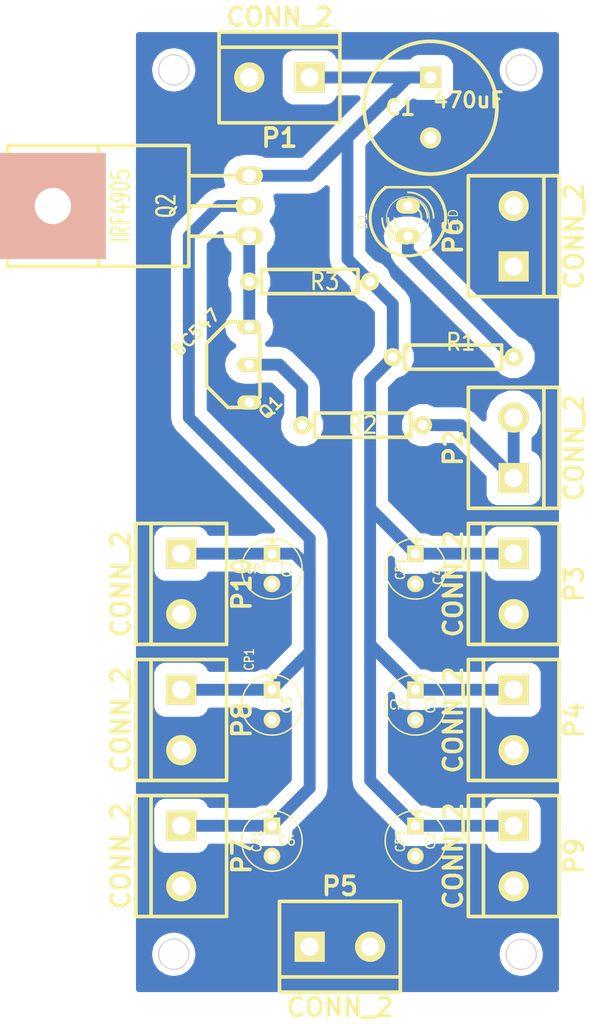
<source format=kicad_pcb>
(kicad_pcb (version 3) (host pcbnew "(2013-jul-07)-stable")

  (general
    (links 41)
    (no_connects 0)
    (area 68.91382 88.8906 121.9294 175.9044)
    (thickness 1.6)
    (drawings 4)
    (tracks 52)
    (zones 0)
    (modules 23)
    (nets 8)
  )

  (page A4 portrait)
  (layers
    (15 F.Cu signal)
    (0 B.Cu signal)
    (17 F.Adhes user)
    (19 F.Paste user)
    (21 F.SilkS user)
    (23 F.Mask user)
    (28 Edge.Cuts user)
  )

  (setup
    (last_trace_width 1)
    (trace_clearance 1)
    (zone_clearance 0.508)
    (zone_45_only no)
    (trace_min 0.254)
    (segment_width 0.2)
    (edge_width 0.1)
    (via_size 0.889)
    (via_drill 0.635)
    (via_min_size 0.889)
    (via_min_drill 0.508)
    (uvia_size 0.508)
    (uvia_drill 0.127)
    (uvias_allowed no)
    (uvia_min_size 0.508)
    (uvia_min_drill 0.127)
    (pcb_text_width 0.3)
    (pcb_text_size 1.5 1.5)
    (mod_edge_width 0.15)
    (mod_text_size 1 1)
    (mod_text_width 0.15)
    (pad_size 2 1.2)
    (pad_drill 0.8128)
    (pad_to_mask_clearance 0.2)
    (solder_mask_min_width 0.3)
    (aux_axis_origin 0 0)
    (visible_elements FFFFFFBF)
    (pcbplotparams
      (layerselection 10485761)
      (usegerberextensions false)
      (excludeedgelayer false)
      (linewidth 0.150000)
      (plotframeref false)
      (viasonmask false)
      (mode 1)
      (useauxorigin false)
      (hpglpennumber 1)
      (hpglpenspeed 20)
      (hpglpendiameter 15)
      (hpglpenoverlay 2)
      (psnegative false)
      (psa4output false)
      (plotreference true)
      (plotvalue true)
      (plotothertext true)
      (plotinvisibletext false)
      (padsonsilk false)
      (subtractmaskfromsilk false)
      (outputformat 5)
      (mirror false)
      (drillshape 0)
      (scaleselection 1)
      (outputdirectory output/))
  )

  (net 0 "")
  (net 1 /12V)
  (net 2 /12V_EN)
  (net 3 /12V_SW)
  (net 4 GND)
  (net 5 N-000002)
  (net 6 N-000006)
  (net 7 N-000007)

  (net_class Default "This is the default net class."
    (clearance 1)
    (trace_width 1)
    (via_dia 0.889)
    (via_drill 0.635)
    (uvia_dia 0.508)
    (uvia_drill 0.127)
    (add_net "")
    (add_net /12V)
    (add_net /12V_EN)
    (add_net /12V_SW)
    (add_net GND)
    (add_net N-000002)
    (add_net N-000006)
    (add_net N-000007)
  )

  (module C1V5 (layer F.Cu) (tedit 5391D44D) (tstamp 5391C212)
    (at 106.68 148.59 270)
    (descr "Condensateur e = 1 pas")
    (tags C)
    (path /5391C166)
    (fp_text reference C3 (at 0 -1.26746 270) (layer F.SilkS)
      (effects (font (size 0.762 0.762) (thickness 0.127)))
    )
    (fp_text value CP1 (at 0 1.27 360) (layer F.SilkS)
      (effects (font (size 0.762 0.635) (thickness 0.127)))
    )
    (fp_text user + (at -2.286 0 270) (layer F.SilkS)
      (effects (font (size 0.762 0.762) (thickness 0.2032)))
    )
    (fp_circle (center 0 0) (end 0.127 -2.54) (layer F.SilkS) (width 0.127))
    (pad 1 thru_hole rect (at -1.27 0 270) (size 1.397 1.397) (drill 0.8128)
      (layers *.Cu *.Mask F.SilkS)
      (net 1 /12V)
    )
    (pad 2 thru_hole circle (at 1.27 0 270) (size 1.397 1.397) (drill 0.8128)
      (layers *.Cu *.Mask F.SilkS)
      (net 4 GND)
    )
    (model discret/c_vert_c1v5.wrl
      (at (xyz 0 0 0))
      (scale (xyz 1 1 1))
      (rotate (xyz 0 0 0))
    )
  )

  (module C1V5 (layer F.Cu) (tedit 54AD7BC8) (tstamp 5391C21A)
    (at 106.68 137.16 270)
    (descr "Condensateur e = 1 pas")
    (tags C)
    (path /5391C16C)
    (fp_text reference C4 (at 0.635 -1.905 270) (layer F.SilkS)
      (effects (font (size 0.762 0.762) (thickness 0.127)))
    )
    (fp_text value CP1 (at 0 1.27 270) (layer F.SilkS)
      (effects (font (size 0.762 0.635) (thickness 0.127)))
    )
    (fp_text user + (at -2.286 0 270) (layer F.SilkS)
      (effects (font (size 0.762 0.762) (thickness 0.2032)))
    )
    (fp_circle (center 0 0) (end 0.127 -2.54) (layer F.SilkS) (width 0.127))
    (pad 1 thru_hole rect (at -1.27 0 270) (size 1.397 1.397) (drill 0.8128)
      (layers *.Cu *.Mask F.SilkS)
      (net 1 /12V)
    )
    (pad 2 thru_hole circle (at 1.27 0 270) (size 1.397 1.397) (drill 0.8128)
      (layers *.Cu *.Mask F.SilkS)
      (net 4 GND)
    )
    (model discret/c_vert_c1v5.wrl
      (at (xyz 0 0 0))
      (scale (xyz 1 1 1))
      (rotate (xyz 0 0 0))
    )
  )

  (module bornier2 (layer F.Cu) (tedit 3EC0ED69) (tstamp 5391C225)
    (at 95.25 95.885 180)
    (descr "Bornier d'alimentation 2 pins")
    (tags DEV)
    (path /5391BFB6)
    (fp_text reference P1 (at 0 -5.08 180) (layer F.SilkS)
      (effects (font (size 1.524 1.524) (thickness 0.3048)))
    )
    (fp_text value CONN_2 (at 0 5.08 180) (layer F.SilkS)
      (effects (font (size 1.524 1.524) (thickness 0.3048)))
    )
    (fp_line (start 5.08 2.54) (end -5.08 2.54) (layer F.SilkS) (width 0.3048))
    (fp_line (start 5.08 3.81) (end 5.08 -3.81) (layer F.SilkS) (width 0.3048))
    (fp_line (start 5.08 -3.81) (end -5.08 -3.81) (layer F.SilkS) (width 0.3048))
    (fp_line (start -5.08 -3.81) (end -5.08 3.81) (layer F.SilkS) (width 0.3048))
    (fp_line (start -5.08 3.81) (end 5.08 3.81) (layer F.SilkS) (width 0.3048))
    (pad 1 thru_hole rect (at -2.54 0 180) (size 2.54 2.54) (drill 1.524)
      (layers *.Cu *.Mask F.SilkS)
      (net 1 /12V)
    )
    (pad 2 thru_hole circle (at 2.54 0 180) (size 2.54 2.54) (drill 1.524)
      (layers *.Cu *.Mask F.SilkS)
      (net 4 GND)
    )
    (model device/bornier_2.wrl
      (at (xyz 0 0 0))
      (scale (xyz 1 1 1))
      (rotate (xyz 0 0 0))
    )
  )

  (module bornier2 (layer F.Cu) (tedit 3EC0ED69) (tstamp 5391C23B)
    (at 114.935 138.43 270)
    (descr "Bornier d'alimentation 2 pins")
    (tags DEV)
    (path /5391C15A)
    (fp_text reference P3 (at 0 -5.08 270) (layer F.SilkS)
      (effects (font (size 1.524 1.524) (thickness 0.3048)))
    )
    (fp_text value CONN_2 (at 0 5.08 270) (layer F.SilkS)
      (effects (font (size 1.524 1.524) (thickness 0.3048)))
    )
    (fp_line (start 5.08 2.54) (end -5.08 2.54) (layer F.SilkS) (width 0.3048))
    (fp_line (start 5.08 3.81) (end 5.08 -3.81) (layer F.SilkS) (width 0.3048))
    (fp_line (start 5.08 -3.81) (end -5.08 -3.81) (layer F.SilkS) (width 0.3048))
    (fp_line (start -5.08 -3.81) (end -5.08 3.81) (layer F.SilkS) (width 0.3048))
    (fp_line (start -5.08 3.81) (end 5.08 3.81) (layer F.SilkS) (width 0.3048))
    (pad 1 thru_hole rect (at -2.54 0 270) (size 2.54 2.54) (drill 1.524)
      (layers *.Cu *.Mask F.SilkS)
      (net 1 /12V)
    )
    (pad 2 thru_hole circle (at 2.54 0 270) (size 2.54 2.54) (drill 1.524)
      (layers *.Cu *.Mask F.SilkS)
      (net 4 GND)
    )
    (model device/bornier_2.wrl
      (at (xyz 0 0 0))
      (scale (xyz 1 1 1))
      (rotate (xyz 0 0 0))
    )
  )

  (module bornier2 (layer F.Cu) (tedit 3EC0ED69) (tstamp 5391C246)
    (at 114.935 149.86 270)
    (descr "Bornier d'alimentation 2 pins")
    (tags DEV)
    (path /5391C160)
    (fp_text reference P4 (at 0 -5.08 270) (layer F.SilkS)
      (effects (font (size 1.524 1.524) (thickness 0.3048)))
    )
    (fp_text value CONN_2 (at 0 5.08 270) (layer F.SilkS)
      (effects (font (size 1.524 1.524) (thickness 0.3048)))
    )
    (fp_line (start 5.08 2.54) (end -5.08 2.54) (layer F.SilkS) (width 0.3048))
    (fp_line (start 5.08 3.81) (end 5.08 -3.81) (layer F.SilkS) (width 0.3048))
    (fp_line (start 5.08 -3.81) (end -5.08 -3.81) (layer F.SilkS) (width 0.3048))
    (fp_line (start -5.08 -3.81) (end -5.08 3.81) (layer F.SilkS) (width 0.3048))
    (fp_line (start -5.08 3.81) (end 5.08 3.81) (layer F.SilkS) (width 0.3048))
    (pad 1 thru_hole rect (at -2.54 0 270) (size 2.54 2.54) (drill 1.524)
      (layers *.Cu *.Mask F.SilkS)
      (net 1 /12V)
    )
    (pad 2 thru_hole circle (at 2.54 0 270) (size 2.54 2.54) (drill 1.524)
      (layers *.Cu *.Mask F.SilkS)
      (net 4 GND)
    )
    (model device/bornier_2.wrl
      (at (xyz 0 0 0))
      (scale (xyz 1 1 1))
      (rotate (xyz 0 0 0))
    )
  )

  (module bornier2 (layer F.Cu) (tedit 3EC0ED69) (tstamp 5391C251)
    (at 114.935 109.22 90)
    (descr "Bornier d'alimentation 2 pins")
    (tags DEV)
    (path /5391C2A0)
    (fp_text reference P6 (at 0 -5.08 90) (layer F.SilkS)
      (effects (font (size 1.524 1.524) (thickness 0.3048)))
    )
    (fp_text value CONN_2 (at 0 5.08 90) (layer F.SilkS)
      (effects (font (size 1.524 1.524) (thickness 0.3048)))
    )
    (fp_line (start 5.08 2.54) (end -5.08 2.54) (layer F.SilkS) (width 0.3048))
    (fp_line (start 5.08 3.81) (end 5.08 -3.81) (layer F.SilkS) (width 0.3048))
    (fp_line (start 5.08 -3.81) (end -5.08 -3.81) (layer F.SilkS) (width 0.3048))
    (fp_line (start -5.08 -3.81) (end -5.08 3.81) (layer F.SilkS) (width 0.3048))
    (fp_line (start -5.08 3.81) (end 5.08 3.81) (layer F.SilkS) (width 0.3048))
    (pad 1 thru_hole rect (at -2.54 0 90) (size 2.54 2.54) (drill 1.524)
      (layers *.Cu *.Mask F.SilkS)
      (net 4 GND)
    )
    (pad 2 thru_hole circle (at 2.54 0 90) (size 2.54 2.54) (drill 1.524)
      (layers *.Cu *.Mask F.SilkS)
      (net 4 GND)
    )
    (model device/bornier_2.wrl
      (at (xyz 0 0 0))
      (scale (xyz 1 1 1))
      (rotate (xyz 0 0 0))
    )
  )

  (module bornier2 (layer F.Cu) (tedit 3EC0ED69) (tstamp 5391C25C)
    (at 100.33 168.91)
    (descr "Bornier d'alimentation 2 pins")
    (tags DEV)
    (path /5391C2A6)
    (fp_text reference P5 (at 0 -5.08) (layer F.SilkS)
      (effects (font (size 1.524 1.524) (thickness 0.3048)))
    )
    (fp_text value CONN_2 (at 0 5.08) (layer F.SilkS)
      (effects (font (size 1.524 1.524) (thickness 0.3048)))
    )
    (fp_line (start 5.08 2.54) (end -5.08 2.54) (layer F.SilkS) (width 0.3048))
    (fp_line (start 5.08 3.81) (end 5.08 -3.81) (layer F.SilkS) (width 0.3048))
    (fp_line (start 5.08 -3.81) (end -5.08 -3.81) (layer F.SilkS) (width 0.3048))
    (fp_line (start -5.08 -3.81) (end -5.08 3.81) (layer F.SilkS) (width 0.3048))
    (fp_line (start -5.08 3.81) (end 5.08 3.81) (layer F.SilkS) (width 0.3048))
    (pad 1 thru_hole rect (at -2.54 0) (size 2.54 2.54) (drill 1.524)
      (layers *.Cu *.Mask F.SilkS)
      (net 4 GND)
    )
    (pad 2 thru_hole circle (at 2.54 0) (size 2.54 2.54) (drill 1.524)
      (layers *.Cu *.Mask F.SilkS)
      (net 4 GND)
    )
    (model device/bornier_2.wrl
      (at (xyz 0 0 0))
      (scale (xyz 1 1 1))
      (rotate (xyz 0 0 0))
    )
  )

  (module C2V10 (layer F.Cu) (tedit 5594052A) (tstamp 5391C202)
    (at 107.95 98.425 270)
    (descr "Condensateur polarise")
    (tags CP)
    (path /5391BFC5)
    (fp_text reference C1 (at 0 2.54 360) (layer F.SilkS)
      (effects (font (size 1.27 1.27) (thickness 0.254)))
    )
    (fp_text value 470uF (at -0.635 -3.175 360) (layer F.SilkS)
      (effects (font (size 1.27 1.27) (thickness 0.254)))
    )
    (fp_circle (center 0 0) (end 4.826 -2.794) (layer F.SilkS) (width 0.3048))
    (pad 1 thru_hole rect (at -2.54 0 270) (size 1.778 1.778) (drill 1.016)
      (layers *.Cu *.Mask F.SilkS)
      (net 1 /12V)
    )
    (pad 2 thru_hole circle (at 2.54 0 270) (size 1.778 1.778) (drill 1.016)
      (layers *.Cu *.Mask F.SilkS)
      (net 4 GND)
    )
    (model discret/c_vert_c2v10.wrl
      (at (xyz 0 0 0))
      (scale (xyz 1 1 1))
      (rotate (xyz 0 0 0))
    )
  )

  (module TO92 (layer F.Cu) (tedit 5593D8C9) (tstamp 5391D1C1)
    (at 92.71 120.015 45)
    (descr "Transistor TO92 brochage type BC237")
    (tags "TR TO92")
    (path /5391D145)
    (fp_text reference Q1 (at -1.27 3.81 45) (layer F.SilkS)
      (effects (font (size 1.016 1.016) (thickness 0.2032)))
    )
    (fp_text value BC547 (at -1.27 -5.08 45) (layer F.SilkS)
      (effects (font (size 1.016 1.016) (thickness 0.2032)))
    )
    (fp_line (start -1.27 2.54) (end 2.54 -1.27) (layer F.SilkS) (width 0.3048))
    (fp_line (start 2.54 -1.27) (end 2.54 -2.54) (layer F.SilkS) (width 0.3048))
    (fp_line (start 2.54 -2.54) (end 1.27 -3.81) (layer F.SilkS) (width 0.3048))
    (fp_line (start 1.27 -3.81) (end -1.27 -3.81) (layer F.SilkS) (width 0.3048))
    (fp_line (start -1.27 -3.81) (end -3.81 -1.27) (layer F.SilkS) (width 0.3048))
    (fp_line (start -3.81 -1.27) (end -3.81 1.27) (layer F.SilkS) (width 0.3048))
    (fp_line (start -3.81 1.27) (end -2.54 2.54) (layer F.SilkS) (width 0.3048))
    (fp_line (start -2.54 2.54) (end -1.27 2.54) (layer F.SilkS) (width 0.3048))
    (pad 1 thru_hole oval (at 2.245064 -2.245064 180) (size 2 1.2) (drill 0.8128)
      (layers *.Cu *.Mask F.SilkS)
      (net 7 N-000007)
    )
    (pad 2 thru_hole oval (at 0 0 180) (size 2 1.2) (drill 0.8128)
      (layers *.Cu *.Mask F.SilkS)
      (net 5 N-000002)
    )
    (pad 3 thru_hole oval (at -2.245064 2.245064 180) (size 2 1.2) (drill 0.8128)
      (layers *.Cu *.Mask F.SilkS)
      (net 4 GND)
    )
    (model discret/to98.wrl
      (at (xyz 0 0 0))
      (scale (xyz 1 1 1))
      (rotate (xyz 0 0 0))
    )
  )

  (module TO220GDS (layer F.Cu) (tedit 54AD7B24) (tstamp 5391DEC3)
    (at 92.71 106.68 180)
    (descr "Transistor VMOS Irf530, TO220")
    (tags "TR TO220 DEV")
    (path /5391C901)
    (fp_text reference Q2 (at 6.985 0 270) (layer F.SilkS)
      (effects (font (size 1.524 1.016) (thickness 0.2032)))
    )
    (fp_text value IRF4905 (at 10.795 0 270) (layer F.SilkS)
      (effects (font (size 1.524 1.016) (thickness 0.2032)))
    )
    (fp_line (start 0 -2.54) (end 5.08 -2.54) (layer F.SilkS) (width 0.3048))
    (fp_line (start 0 0) (end 5.08 0) (layer F.SilkS) (width 0.3048))
    (fp_line (start 0 2.54) (end 5.08 2.54) (layer F.SilkS) (width 0.3048))
    (fp_line (start 5.08 -5.08) (end 20.32 -5.08) (layer F.SilkS) (width 0.3048))
    (fp_line (start 20.32 -5.08) (end 20.32 5.08) (layer F.SilkS) (width 0.3048))
    (fp_line (start 20.32 5.08) (end 5.08 5.08) (layer F.SilkS) (width 0.3048))
    (fp_line (start 5.08 5.08) (end 5.08 -5.08) (layer F.SilkS) (width 0.3048))
    (fp_line (start 12.7 5.08) (end 12.7 -5.08) (layer F.SilkS) (width 0.3048))
    (pad 4 thru_hole rect (at 16.51 0 180) (size 8.89 8.89) (drill 3.048)
      (layers *.Cu *.SilkS *.Mask)
    )
    (pad G thru_hole oval (at 0 -2.54 180) (size 2.3 1.5) (drill 1.143)
      (layers *.Cu *.Mask F.SilkS)
      (net 7 N-000007)
    )
    (pad D thru_hole oval (at 0 0 180) (size 2.3 1.5) (drill 1.143)
      (layers *.Cu *.Mask F.SilkS)
      (net 3 /12V_SW)
    )
    (pad S thru_hole oval (at 0 2.54 180) (size 2.3 1.5) (drill 1.143)
      (layers *.Cu *.Mask F.SilkS)
      (net 1 /12V)
    )
    (model discret/to220_horiz.wrl
      (at (xyz 0 0 0))
      (scale (xyz 1 1 1))
      (rotate (xyz 0 0 0))
    )
  )

  (module R4 (layer F.Cu) (tedit 54AD7D97) (tstamp 5391D1DF)
    (at 109.855 119.38)
    (descr "Resitance 4 pas")
    (tags R)
    (path /5391C828)
    (autoplace_cost180 10)
    (fp_text reference R1 (at 0.635 -1.27) (layer F.SilkS)
      (effects (font (size 1.397 1.27) (thickness 0.2032)))
    )
    (fp_text value "680R / 0.5W" (at 0 0) (layer F.SilkS) hide
      (effects (font (size 1.397 1.27) (thickness 0.2032)))
    )
    (fp_line (start -5.08 0) (end -4.064 0) (layer F.SilkS) (width 0.3048))
    (fp_line (start -4.064 0) (end -4.064 -1.016) (layer F.SilkS) (width 0.3048))
    (fp_line (start -4.064 -1.016) (end 4.064 -1.016) (layer F.SilkS) (width 0.3048))
    (fp_line (start 4.064 -1.016) (end 4.064 1.016) (layer F.SilkS) (width 0.3048))
    (fp_line (start 4.064 1.016) (end -4.064 1.016) (layer F.SilkS) (width 0.3048))
    (fp_line (start -4.064 1.016) (end -4.064 0) (layer F.SilkS) (width 0.3048))
    (fp_line (start -4.064 -0.508) (end -3.556 -1.016) (layer F.SilkS) (width 0.3048))
    (fp_line (start 5.08 0) (end 4.064 0) (layer F.SilkS) (width 0.3048))
    (pad 1 thru_hole circle (at -5.08 0) (size 1.524 1.524) (drill 0.8128)
      (layers *.Cu *.Mask F.SilkS)
      (net 1 /12V)
    )
    (pad 2 thru_hole circle (at 5.08 0) (size 1.524 1.524) (drill 0.8128)
      (layers *.Cu *.Mask F.SilkS)
      (net 6 N-000006)
    )
    (model discret/resistor.wrl
      (at (xyz 0 0 0))
      (scale (xyz 0.4 0.4 0.4))
      (rotate (xyz 0 0 0))
    )
  )

  (module R4 (layer F.Cu) (tedit 54AD7D05) (tstamp 5391D1ED)
    (at 97.79 113.03 180)
    (descr "Resitance 4 pas")
    (tags R)
    (path /5391CF90)
    (autoplace_cost180 10)
    (fp_text reference R3 (at -1.27 0 180) (layer F.SilkS)
      (effects (font (size 1.397 1.27) (thickness 0.2032)))
    )
    (fp_text value 10K (at 0 0 180) (layer F.SilkS) hide
      (effects (font (size 1.397 1.27) (thickness 0.2032)))
    )
    (fp_line (start -5.08 0) (end -4.064 0) (layer F.SilkS) (width 0.3048))
    (fp_line (start -4.064 0) (end -4.064 -1.016) (layer F.SilkS) (width 0.3048))
    (fp_line (start -4.064 -1.016) (end 4.064 -1.016) (layer F.SilkS) (width 0.3048))
    (fp_line (start 4.064 -1.016) (end 4.064 1.016) (layer F.SilkS) (width 0.3048))
    (fp_line (start 4.064 1.016) (end -4.064 1.016) (layer F.SilkS) (width 0.3048))
    (fp_line (start -4.064 1.016) (end -4.064 0) (layer F.SilkS) (width 0.3048))
    (fp_line (start -4.064 -0.508) (end -3.556 -1.016) (layer F.SilkS) (width 0.3048))
    (fp_line (start 5.08 0) (end 4.064 0) (layer F.SilkS) (width 0.3048))
    (pad 1 thru_hole circle (at -5.08 0 180) (size 1.524 1.524) (drill 0.8128)
      (layers *.Cu *.Mask F.SilkS)
      (net 1 /12V)
    )
    (pad 2 thru_hole circle (at 5.08 0 180) (size 1.524 1.524) (drill 0.8128)
      (layers *.Cu *.Mask F.SilkS)
      (net 7 N-000007)
    )
    (model discret/resistor.wrl
      (at (xyz 0 0 0))
      (scale (xyz 0.4 0.4 0.4))
      (rotate (xyz 0 0 0))
    )
  )

  (module R4 (layer F.Cu) (tedit 5391D4CB) (tstamp 5391D1FB)
    (at 102.235 125.095 180)
    (descr "Resitance 4 pas")
    (tags R)
    (path /5391D152)
    (autoplace_cost180 10)
    (fp_text reference R2 (at 0 0 180) (layer F.SilkS)
      (effects (font (size 1.397 1.27) (thickness 0.2032)))
    )
    (fp_text value 10K (at 0 0 180) (layer F.SilkS) hide
      (effects (font (size 1.397 1.27) (thickness 0.2032)))
    )
    (fp_line (start -5.08 0) (end -4.064 0) (layer F.SilkS) (width 0.3048))
    (fp_line (start -4.064 0) (end -4.064 -1.016) (layer F.SilkS) (width 0.3048))
    (fp_line (start -4.064 -1.016) (end 4.064 -1.016) (layer F.SilkS) (width 0.3048))
    (fp_line (start 4.064 -1.016) (end 4.064 1.016) (layer F.SilkS) (width 0.3048))
    (fp_line (start 4.064 1.016) (end -4.064 1.016) (layer F.SilkS) (width 0.3048))
    (fp_line (start -4.064 1.016) (end -4.064 0) (layer F.SilkS) (width 0.3048))
    (fp_line (start -4.064 -0.508) (end -3.556 -1.016) (layer F.SilkS) (width 0.3048))
    (fp_line (start 5.08 0) (end 4.064 0) (layer F.SilkS) (width 0.3048))
    (pad 1 thru_hole circle (at -5.08 0 180) (size 1.524 1.524) (drill 0.8128)
      (layers *.Cu *.Mask F.SilkS)
      (net 2 /12V_EN)
    )
    (pad 2 thru_hole circle (at 5.08 0 180) (size 1.524 1.524) (drill 0.8128)
      (layers *.Cu *.Mask F.SilkS)
      (net 5 N-000002)
    )
    (model discret/resistor.wrl
      (at (xyz 0 0 0))
      (scale (xyz 0.4 0.4 0.4))
      (rotate (xyz 0 0 0))
    )
  )

  (module LED-5MM (layer F.Cu) (tedit 54AD7B72) (tstamp 5391D20A)
    (at 106.045 107.95 90)
    (descr "LED 5mm - Lead pitch 100mil (2,54mm)")
    (tags "LED led 5mm 5MM 100mil 2,54mm")
    (path /5391C804)
    (fp_text reference D1 (at 0 -3.81 90) (layer F.SilkS)
      (effects (font (size 0.762 0.762) (thickness 0.0889)))
    )
    (fp_text value LED (at 0 3.81 90) (layer F.SilkS)
      (effects (font (size 0.762 0.762) (thickness 0.0889)))
    )
    (fp_line (start 2.8448 1.905) (end 2.8448 -1.905) (layer F.SilkS) (width 0.2032))
    (fp_circle (center 0.254 0) (end -1.016 1.27) (layer F.SilkS) (width 0.0762))
    (fp_arc (start 0.254 0) (end 2.794 1.905) (angle 286.2) (layer F.SilkS) (width 0.254))
    (fp_arc (start 0.254 0) (end -0.889 0) (angle 90) (layer F.SilkS) (width 0.1524))
    (fp_arc (start 0.254 0) (end 1.397 0) (angle 90) (layer F.SilkS) (width 0.1524))
    (fp_arc (start 0.254 0) (end -1.397 0) (angle 90) (layer F.SilkS) (width 0.1524))
    (fp_arc (start 0.254 0) (end 1.905 0) (angle 90) (layer F.SilkS) (width 0.1524))
    (fp_arc (start 0.254 0) (end -1.905 0) (angle 90) (layer F.SilkS) (width 0.1524))
    (fp_arc (start 0.254 0) (end 2.413 0) (angle 90) (layer F.SilkS) (width 0.1524))
    (pad 1 thru_hole oval (at -1.27 0 90) (size 1.3 2) (drill 0.8128)
      (layers *.Cu *.Mask F.SilkS)
      (net 6 N-000006)
    )
    (pad 2 thru_hole oval (at 1.27 0 90) (size 1.3 2) (drill 0.8128)
      (layers *.Cu *.Mask F.SilkS)
      (net 4 GND)
    )
    (model discret/leds/led5_vertical_verde.wrl
      (at (xyz 0 0 0))
      (scale (xyz 1 1 1))
      (rotate (xyz 0 0 0))
    )
  )

  (module C1V5 (layer F.Cu) (tedit 5391D28B) (tstamp 5391D212)
    (at 94.615 148.59 270)
    (descr "Condensateur e = 1 pas")
    (tags C)
    (path /5391D31D)
    (fp_text reference C5 (at 0 -1.26746 270) (layer F.SilkS)
      (effects (font (size 0.762 0.762) (thickness 0.127)))
    )
    (fp_text value CP1 (at -3.81 1.905 270) (layer F.SilkS)
      (effects (font (size 0.762 0.635) (thickness 0.127)))
    )
    (fp_text user + (at -2.286 0 270) (layer F.SilkS)
      (effects (font (size 0.762 0.762) (thickness 0.2032)))
    )
    (fp_circle (center 0 0) (end 0.127 -2.54) (layer F.SilkS) (width 0.127))
    (pad 1 thru_hole rect (at -1.27 0 270) (size 1.397 1.397) (drill 0.8128)
      (layers *.Cu *.Mask F.SilkS)
      (net 3 /12V_SW)
    )
    (pad 2 thru_hole circle (at 1.27 0 270) (size 1.397 1.397) (drill 0.8128)
      (layers *.Cu *.Mask F.SilkS)
      (net 4 GND)
    )
    (model discret/c_vert_c1v5.wrl
      (at (xyz 0 0 0))
      (scale (xyz 1 1 1))
      (rotate (xyz 0 0 0))
    )
  )

  (module C1V5 (layer F.Cu) (tedit 5391D8C2) (tstamp 5391D21A)
    (at 94.615 160.02 270)
    (descr "Condensateur e = 1 pas")
    (tags C)
    (path /5391D323)
    (fp_text reference C6 (at 0 -1.26746 360) (layer F.SilkS)
      (effects (font (size 0.762 0.762) (thickness 0.127)))
    )
    (fp_text value CP1 (at 0 1.27 270) (layer F.SilkS)
      (effects (font (size 0.762 0.635) (thickness 0.127)))
    )
    (fp_text user + (at -2.286 0 270) (layer F.SilkS)
      (effects (font (size 0.762 0.762) (thickness 0.2032)))
    )
    (fp_circle (center 0 0) (end 0.127 -2.54) (layer F.SilkS) (width 0.127))
    (pad 1 thru_hole rect (at -1.27 0 270) (size 1.397 1.397) (drill 0.8128)
      (layers *.Cu *.Mask F.SilkS)
      (net 3 /12V_SW)
    )
    (pad 2 thru_hole circle (at 1.27 0 270) (size 1.397 1.397) (drill 0.8128)
      (layers *.Cu *.Mask F.SilkS)
      (net 4 GND)
    )
    (model discret/c_vert_c1v5.wrl
      (at (xyz 0 0 0))
      (scale (xyz 1 1 1))
      (rotate (xyz 0 0 0))
    )
  )

  (module bornier2 (layer F.Cu) (tedit 3EC0ED69) (tstamp 5391D225)
    (at 86.995 161.29 270)
    (descr "Bornier d'alimentation 2 pins")
    (tags DEV)
    (path /5391D311)
    (fp_text reference P7 (at 0 -5.08 270) (layer F.SilkS)
      (effects (font (size 1.524 1.524) (thickness 0.3048)))
    )
    (fp_text value CONN_2 (at 0 5.08 270) (layer F.SilkS)
      (effects (font (size 1.524 1.524) (thickness 0.3048)))
    )
    (fp_line (start 5.08 2.54) (end -5.08 2.54) (layer F.SilkS) (width 0.3048))
    (fp_line (start 5.08 3.81) (end 5.08 -3.81) (layer F.SilkS) (width 0.3048))
    (fp_line (start 5.08 -3.81) (end -5.08 -3.81) (layer F.SilkS) (width 0.3048))
    (fp_line (start -5.08 -3.81) (end -5.08 3.81) (layer F.SilkS) (width 0.3048))
    (fp_line (start -5.08 3.81) (end 5.08 3.81) (layer F.SilkS) (width 0.3048))
    (pad 1 thru_hole rect (at -2.54 0 270) (size 2.54 2.54) (drill 1.524)
      (layers *.Cu *.Mask F.SilkS)
      (net 3 /12V_SW)
    )
    (pad 2 thru_hole circle (at 2.54 0 270) (size 2.54 2.54) (drill 1.524)
      (layers *.Cu *.Mask F.SilkS)
      (net 4 GND)
    )
    (model device/bornier_2.wrl
      (at (xyz 0 0 0))
      (scale (xyz 1 1 1))
      (rotate (xyz 0 0 0))
    )
  )

  (module bornier2 (layer F.Cu) (tedit 3EC0ED69) (tstamp 5391D230)
    (at 86.995 149.86 270)
    (descr "Bornier d'alimentation 2 pins")
    (tags DEV)
    (path /5391D329)
    (fp_text reference P8 (at 0 -5.08 270) (layer F.SilkS)
      (effects (font (size 1.524 1.524) (thickness 0.3048)))
    )
    (fp_text value CONN_2 (at 0 5.08 270) (layer F.SilkS)
      (effects (font (size 1.524 1.524) (thickness 0.3048)))
    )
    (fp_line (start 5.08 2.54) (end -5.08 2.54) (layer F.SilkS) (width 0.3048))
    (fp_line (start 5.08 3.81) (end 5.08 -3.81) (layer F.SilkS) (width 0.3048))
    (fp_line (start 5.08 -3.81) (end -5.08 -3.81) (layer F.SilkS) (width 0.3048))
    (fp_line (start -5.08 -3.81) (end -5.08 3.81) (layer F.SilkS) (width 0.3048))
    (fp_line (start -5.08 3.81) (end 5.08 3.81) (layer F.SilkS) (width 0.3048))
    (pad 1 thru_hole rect (at -2.54 0 270) (size 2.54 2.54) (drill 1.524)
      (layers *.Cu *.Mask F.SilkS)
      (net 3 /12V_SW)
    )
    (pad 2 thru_hole circle (at 2.54 0 270) (size 2.54 2.54) (drill 1.524)
      (layers *.Cu *.Mask F.SilkS)
      (net 4 GND)
    )
    (model device/bornier_2.wrl
      (at (xyz 0 0 0))
      (scale (xyz 1 1 1))
      (rotate (xyz 0 0 0))
    )
  )

  (module bornier2 (layer F.Cu) (tedit 3EC0ED69) (tstamp 5391D4B7)
    (at 114.935 127 90)
    (descr "Bornier d'alimentation 2 pins")
    (tags DEV)
    (path /5391D8EB)
    (fp_text reference P2 (at 0 -5.08 90) (layer F.SilkS)
      (effects (font (size 1.524 1.524) (thickness 0.3048)))
    )
    (fp_text value CONN_2 (at 0 5.08 90) (layer F.SilkS)
      (effects (font (size 1.524 1.524) (thickness 0.3048)))
    )
    (fp_line (start 5.08 2.54) (end -5.08 2.54) (layer F.SilkS) (width 0.3048))
    (fp_line (start 5.08 3.81) (end 5.08 -3.81) (layer F.SilkS) (width 0.3048))
    (fp_line (start 5.08 -3.81) (end -5.08 -3.81) (layer F.SilkS) (width 0.3048))
    (fp_line (start -5.08 -3.81) (end -5.08 3.81) (layer F.SilkS) (width 0.3048))
    (fp_line (start -5.08 3.81) (end 5.08 3.81) (layer F.SilkS) (width 0.3048))
    (pad 1 thru_hole rect (at -2.54 0 90) (size 2.54 2.54) (drill 1.524)
      (layers *.Cu *.Mask F.SilkS)
      (net 2 /12V_EN)
    )
    (pad 2 thru_hole circle (at 2.54 0 90) (size 2.54 2.54) (drill 1.524)
      (layers *.Cu *.Mask F.SilkS)
      (net 2 /12V_EN)
    )
    (model device/bornier_2.wrl
      (at (xyz 0 0 0))
      (scale (xyz 1 1 1))
      (rotate (xyz 0 0 0))
    )
  )

  (module C1V5 (layer F.Cu) (tedit 3E070CF4) (tstamp 54E5E525)
    (at 106.68 160.02 270)
    (descr "Condensateur e = 1 pas")
    (tags C)
    (path /54AD7F0A)
    (fp_text reference C2 (at 0 -1.26746 270) (layer F.SilkS)
      (effects (font (size 0.762 0.762) (thickness 0.127)))
    )
    (fp_text value CP1 (at 0 1.27 270) (layer F.SilkS)
      (effects (font (size 0.762 0.635) (thickness 0.127)))
    )
    (fp_text user + (at -2.286 0 270) (layer F.SilkS)
      (effects (font (size 0.762 0.762) (thickness 0.2032)))
    )
    (fp_circle (center 0 0) (end 0.127 -2.54) (layer F.SilkS) (width 0.127))
    (pad 1 thru_hole rect (at -1.27 0 270) (size 1.397 1.397) (drill 0.8128)
      (layers *.Cu *.Mask F.SilkS)
      (net 1 /12V)
    )
    (pad 2 thru_hole circle (at 1.27 0 270) (size 1.397 1.397) (drill 0.8128)
      (layers *.Cu *.Mask F.SilkS)
      (net 4 GND)
    )
    (model discret/c_vert_c1v5.wrl
      (at (xyz 0 0 0))
      (scale (xyz 1 1 1))
      (rotate (xyz 0 0 0))
    )
  )

  (module C1V5 (layer F.Cu) (tedit 55940490) (tstamp 54E5E52D)
    (at 94.615 137.16 270)
    (descr "Condensateur e = 1 pas")
    (tags C)
    (path /54E5C938)
    (fp_text reference C7 (at 0 -1.26746 270) (layer F.SilkS)
      (effects (font (size 0.762 0.762) (thickness 0.127)))
    )
    (fp_text value CP1 (at 0 1.27 360) (layer F.SilkS)
      (effects (font (size 0.762 0.635) (thickness 0.127)))
    )
    (fp_text user + (at -2.286 0 270) (layer F.SilkS)
      (effects (font (size 0.762 0.762) (thickness 0.2032)))
    )
    (fp_circle (center 0 0) (end 0.127 -2.54) (layer F.SilkS) (width 0.127))
    (pad 1 thru_hole rect (at -1.27 0 270) (size 1.397 1.397) (drill 0.8128)
      (layers *.Cu *.Mask F.SilkS)
      (net 3 /12V_SW)
    )
    (pad 2 thru_hole circle (at 1.27 0 270) (size 1.397 1.397) (drill 0.8128)
      (layers *.Cu *.Mask F.SilkS)
      (net 4 GND)
    )
    (model discret/c_vert_c1v5.wrl
      (at (xyz 0 0 0))
      (scale (xyz 1 1 1))
      (rotate (xyz 0 0 0))
    )
  )

  (module bornier2 (layer F.Cu) (tedit 3EC0ED69) (tstamp 54E5E538)
    (at 114.935 161.29 270)
    (descr "Bornier d'alimentation 2 pins")
    (tags DEV)
    (path /54AD7F04)
    (fp_text reference P9 (at 0 -5.08 270) (layer F.SilkS)
      (effects (font (size 1.524 1.524) (thickness 0.3048)))
    )
    (fp_text value CONN_2 (at 0 5.08 270) (layer F.SilkS)
      (effects (font (size 1.524 1.524) (thickness 0.3048)))
    )
    (fp_line (start 5.08 2.54) (end -5.08 2.54) (layer F.SilkS) (width 0.3048))
    (fp_line (start 5.08 3.81) (end 5.08 -3.81) (layer F.SilkS) (width 0.3048))
    (fp_line (start 5.08 -3.81) (end -5.08 -3.81) (layer F.SilkS) (width 0.3048))
    (fp_line (start -5.08 -3.81) (end -5.08 3.81) (layer F.SilkS) (width 0.3048))
    (fp_line (start -5.08 3.81) (end 5.08 3.81) (layer F.SilkS) (width 0.3048))
    (pad 1 thru_hole rect (at -2.54 0 270) (size 2.54 2.54) (drill 1.524)
      (layers *.Cu *.Mask F.SilkS)
      (net 1 /12V)
    )
    (pad 2 thru_hole circle (at 2.54 0 270) (size 2.54 2.54) (drill 1.524)
      (layers *.Cu *.Mask F.SilkS)
      (net 4 GND)
    )
    (model device/bornier_2.wrl
      (at (xyz 0 0 0))
      (scale (xyz 1 1 1))
      (rotate (xyz 0 0 0))
    )
  )

  (module bornier2 (layer F.Cu) (tedit 3EC0ED69) (tstamp 54E5E543)
    (at 86.995 138.43 270)
    (descr "Bornier d'alimentation 2 pins")
    (tags DEV)
    (path /54E5C93E)
    (fp_text reference P10 (at 0 -5.08 270) (layer F.SilkS)
      (effects (font (size 1.524 1.524) (thickness 0.3048)))
    )
    (fp_text value CONN_2 (at 0 5.08 270) (layer F.SilkS)
      (effects (font (size 1.524 1.524) (thickness 0.3048)))
    )
    (fp_line (start 5.08 2.54) (end -5.08 2.54) (layer F.SilkS) (width 0.3048))
    (fp_line (start 5.08 3.81) (end 5.08 -3.81) (layer F.SilkS) (width 0.3048))
    (fp_line (start 5.08 -3.81) (end -5.08 -3.81) (layer F.SilkS) (width 0.3048))
    (fp_line (start -5.08 -3.81) (end -5.08 3.81) (layer F.SilkS) (width 0.3048))
    (fp_line (start -5.08 3.81) (end 5.08 3.81) (layer F.SilkS) (width 0.3048))
    (pad 1 thru_hole rect (at -2.54 0 270) (size 2.54 2.54) (drill 1.524)
      (layers *.Cu *.Mask F.SilkS)
      (net 3 /12V_SW)
    )
    (pad 2 thru_hole circle (at 2.54 0 270) (size 2.54 2.54) (drill 1.524)
      (layers *.Cu *.Mask F.SilkS)
      (net 4 GND)
    )
    (model device/bornier_2.wrl
      (at (xyz 0 0 0))
      (scale (xyz 1 1 1))
      (rotate (xyz 0 0 0))
    )
  )

  (gr_circle (center 115.57 95.25) (end 116.84 95.25) (layer Edge.Cuts) (width 0.1))
  (gr_circle (center 86.36 95.25) (end 87.63 95.25) (layer Edge.Cuts) (width 0.1))
  (gr_circle (center 86.36 169.545) (end 87.63 169.545) (layer Edge.Cuts) (width 0.1))
  (gr_circle (center 115.57 169.545) (end 114.3 169.545) (layer Edge.Cuts) (width 0.1))

  (segment (start 106.68 135.89) (end 102.87 132.08) (width 1) (layer B.Cu) (net 1))
  (segment (start 102.87 132.08) (end 102.87 132.715) (width 1) (layer B.Cu) (net 1) (tstamp 559405F6))
  (segment (start 102.87 143.51) (end 102.87 132.715) (width 1) (layer B.Cu) (net 1))
  (segment (start 102.87 132.715) (end 102.87 121.285) (width 1) (layer B.Cu) (net 1) (tstamp 559405F9))
  (segment (start 102.87 121.285) (end 104.775 119.38) (width 1) (layer B.Cu) (net 1) (tstamp 559405F3))
  (segment (start 106.68 147.32) (end 102.87 143.51) (width 1) (layer B.Cu) (net 1))
  (segment (start 102.87 143.51) (end 102.87 144.145) (width 1) (layer B.Cu) (net 1) (tstamp 559405EB))
  (segment (start 106.68 158.75) (end 102.87 154.94) (width 1) (layer B.Cu) (net 1))
  (segment (start 102.87 145.415) (end 102.87 144.145) (width 1) (layer B.Cu) (net 1) (tstamp 559405DE))
  (segment (start 102.87 154.94) (end 102.87 145.415) (width 1) (layer B.Cu) (net 1) (tstamp 559405DA))
  (segment (start 100.965 100.965) (end 100.965 111.125) (width 1) (layer B.Cu) (net 1))
  (segment (start 100.965 111.125) (end 102.87 113.03) (width 1) (layer B.Cu) (net 1) (tstamp 559405AF))
  (segment (start 104.775 119.38) (end 104.775 114.935) (width 1) (layer B.Cu) (net 1))
  (segment (start 104.775 114.935) (end 102.87 113.03) (width 1) (layer B.Cu) (net 1) (tstamp 559405AA))
  (segment (start 107.95 95.885) (end 106.045 95.885) (width 1) (layer B.Cu) (net 1))
  (segment (start 106.045 95.885) (end 100.965 100.965) (width 1) (layer B.Cu) (net 1) (tstamp 5594053C))
  (segment (start 100.965 100.965) (end 97.79 104.14) (width 1) (layer B.Cu) (net 1) (tstamp 559405AD))
  (segment (start 97.79 95.885) (end 107.95 95.885) (width 1) (layer B.Cu) (net 1))
  (segment (start 92.71 104.14) (end 97.79 104.14) (width 1) (layer B.Cu) (net 1))
  (segment (start 106.68 158.75) (end 114.935 158.75) (width 1) (layer B.Cu) (net 1))
  (segment (start 106.68 147.32) (end 114.935 147.32) (width 1) (layer B.Cu) (net 1))
  (segment (start 106.68 135.89) (end 114.935 135.89) (width 1) (layer B.Cu) (net 1))
  (segment (start 114.935 129.54) (end 114.935 124.46) (width 1) (layer B.Cu) (net 2) (status C00000))
  (segment (start 107.315 125.095) (end 110.49 125.095) (width 1) (layer B.Cu) (net 2) (status 400000))
  (segment (start 110.49 125.095) (end 114.935 129.54) (width 1) (layer B.Cu) (net 2) (tstamp 55940609) (status 800000))
  (segment (start 94.615 135.89) (end 96.52 135.89) (width 1) (layer B.Cu) (net 3) (status 400000))
  (segment (start 96.52 135.89) (end 97.79 137.16) (width 1) (layer B.Cu) (net 3) (tstamp 5594062B))
  (segment (start 97.79 137.16) (end 97.79 134.62) (width 1) (layer B.Cu) (net 3))
  (segment (start 87.63 116.84) (end 87.63 117.475) (width 1) (layer B.Cu) (net 3) (tstamp 558D47E5))
  (segment (start 87.63 123.19) (end 87.63 117.475) (width 1) (layer B.Cu) (net 3) (tstamp 559404D2))
  (segment (start 90.17 106.68) (end 92.71 106.68) (width 1) (layer B.Cu) (net 3))
  (segment (start 90.17 106.68) (end 87.63 109.22) (width 1) (layer B.Cu) (net 3) (tstamp 558D4778))
  (segment (start 87.63 109.22) (end 87.63 116.84) (width 1) (layer B.Cu) (net 3) (tstamp 558D4779))
  (segment (start 87.63 124.46) (end 87.63 123.19) (width 1) (layer B.Cu) (net 3) (tstamp 55940624))
  (segment (start 97.79 134.62) (end 87.63 124.46) (width 1) (layer B.Cu) (net 3) (tstamp 55940620))
  (segment (start 97.79 137.16) (end 97.79 144.145) (width 1) (layer B.Cu) (net 3) (tstamp 559404E9))
  (segment (start 94.615 147.32) (end 97.79 144.145) (width 1) (layer B.Cu) (net 3))
  (segment (start 94.615 158.75) (end 97.155 156.21) (width 1) (layer B.Cu) (net 3))
  (segment (start 97.155 156.21) (end 97.79 155.575) (width 1) (layer B.Cu) (net 3) (tstamp 559404BD))
  (segment (start 97.79 155.575) (end 97.79 144.145) (width 1) (layer B.Cu) (net 3) (tstamp 559404BE))
  (segment (start 97.79 144.145) (end 97.79 137.795) (width 1) (layer B.Cu) (net 3) (tstamp 559404C8))
  (segment (start 97.79 137.795) (end 97.79 137.16) (width 1) (layer B.Cu) (net 3) (tstamp 559404CD))
  (segment (start 86.995 158.75) (end 94.615 158.75) (width 1) (layer B.Cu) (net 3))
  (segment (start 86.995 147.32) (end 94.615 147.32) (width 1) (layer B.Cu) (net 3))
  (segment (start 86.995 135.89) (end 94.615 135.89) (width 1) (layer B.Cu) (net 3))
  (segment (start 92.71 120.015) (end 95.25 120.015) (width 1) (layer B.Cu) (net 5))
  (segment (start 97.155 121.92) (end 97.155 125.095) (width 1) (layer B.Cu) (net 5) (tstamp 559405C5))
  (segment (start 95.25 120.015) (end 97.155 121.92) (width 1) (layer B.Cu) (net 5) (tstamp 559405C4))
  (segment (start 106.045 109.22) (end 106.045 110.49) (width 1) (layer B.Cu) (net 6))
  (segment (start 106.045 110.49) (end 114.935 119.38) (width 1) (layer B.Cu) (net 6) (tstamp 55940453))
  (segment (start 92.71 116.84) (end 92.71 113.03) (width 1) (layer B.Cu) (net 7))
  (segment (start 92.71 109.22) (end 92.71 113.03) (width 1) (layer B.Cu) (net 7))

  (zone (net 4) (net_name GND) (layer B.Cu) (tstamp 558D4878) (hatch edge 0.508)
    (connect_pads yes (clearance 0.508))
    (min_thickness 0.5)
    (fill (arc_segments 16) (thermal_gap 0.508) (thermal_bridge_width 0.508))
    (polygon
      (pts
        (xy 118.745 92.075) (xy 83.185 92.075) (xy 83.185 172.72) (xy 118.745 172.72)
      )
    )
    (filled_polygon
      (pts
        (xy 118.495 172.47) (xy 117.632188 172.47) (xy 117.632188 169.701858) (xy 117.632051 169.545) (xy 117.632188 169.388142)
        (xy 117.632188 95.406858) (xy 117.632051 95.25) (xy 117.632188 95.093142) (xy 117.631913 95.091753) (xy 117.631913 95.091592)
        (xy 117.631852 95.091445) (xy 117.535939 94.607051) (xy 117.415546 94.315678) (xy 117.413981 94.31411) (xy 117.14049 93.904027)
        (xy 117.139701 93.902127) (xy 116.91658 93.679396) (xy 116.505857 93.405478) (xy 116.504406 93.404029) (xy 116.213033 93.283637)
        (xy 115.726941 93.187388) (xy 115.411676 93.187663) (xy 115.409653 93.188502) (xy 114.927051 93.284061) (xy 114.635678 93.404454)
        (xy 114.63411 93.406018) (xy 114.224027 93.679509) (xy 114.222127 93.680299) (xy 113.999396 93.90342) (xy 113.725478 94.314142)
        (xy 113.724029 94.315594) (xy 113.603637 94.606967) (xy 113.507388 95.093059) (xy 113.507524 95.25) (xy 113.507388 95.406941)
        (xy 113.603637 95.893033) (xy 113.724029 96.184406) (xy 113.725478 96.185857) (xy 113.999396 96.59658) (xy 114.222127 96.819701)
        (xy 114.224027 96.82049) (xy 114.63411 97.093981) (xy 114.635678 97.095546) (xy 114.927051 97.215939) (xy 115.409653 97.311497)
        (xy 115.411676 97.312337) (xy 115.726941 97.312612) (xy 116.213033 97.216363) (xy 116.504406 97.095971) (xy 116.505857 97.094521)
        (xy 116.91658 96.820604) (xy 117.139701 96.597873) (xy 117.14049 96.595972) (xy 117.413981 96.185889) (xy 117.415546 96.184322)
        (xy 117.535939 95.892949) (xy 117.631852 95.408554) (xy 117.631913 95.408408) (xy 117.631913 95.408246) (xy 117.632188 95.406858)
        (xy 117.632188 169.388142) (xy 117.631913 169.386753) (xy 117.631913 169.386592) (xy 117.631852 169.386445) (xy 117.535939 168.902051)
        (xy 117.455436 168.707219) (xy 117.455436 123.96094) (xy 117.072597 123.0344) (xy 116.947348 122.908932) (xy 116.947348 118.981544)
        (xy 116.641685 118.241783) (xy 116.076194 117.675304) (xy 115.44172 117.411847) (xy 108.107341 110.077467) (xy 108.194451 109.947099)
        (xy 108.33908 109.22) (xy 108.194451 108.492901) (xy 107.782583 107.876497) (xy 107.166179 107.464629) (xy 106.43908 107.32)
        (xy 105.65092 107.32) (xy 104.923821 107.464629) (xy 104.307417 107.876497) (xy 103.895549 108.492901) (xy 103.75092 109.22)
        (xy 103.895549 109.947099) (xy 104.307417 110.563503) (xy 104.309958 110.565201) (xy 104.428211 111.159696) (xy 104.807563 111.727437)
        (xy 112.967765 119.887638) (xy 113.228315 120.518217) (xy 113.793806 121.084696) (xy 114.533033 121.39165) (xy 115.333456 121.392348)
        (xy 116.073217 121.086685) (xy 116.639696 120.521194) (xy 116.94665 119.781967) (xy 116.947348 118.981544) (xy 116.947348 122.908932)
        (xy 116.364329 122.324894) (xy 115.438458 121.940439) (xy 114.43594 121.939564) (xy 113.5094 122.322403) (xy 112.799894 123.030671)
        (xy 112.415439 123.956542) (xy 112.414925 124.545051) (xy 111.727437 123.857563) (xy 111.159696 123.478211) (xy 110.49 123.345)
        (xy 108.347089 123.345) (xy 107.716967 123.08335) (xy 106.916544 123.082652) (xy 106.176783 123.388315) (xy 105.610304 123.953806)
        (xy 105.30335 124.693033) (xy 105.302652 125.493456) (xy 105.608315 126.233217) (xy 106.173806 126.799696) (xy 106.913033 127.10665)
        (xy 107.713456 127.107348) (xy 108.348386 126.845) (xy 109.765125 126.845) (xy 112.414784 129.494658) (xy 112.414784 131.057549)
        (xy 112.604684 131.517142) (xy 112.956007 131.86908) (xy 113.415269 132.059782) (xy 113.912549 132.060216) (xy 116.452549 132.060216)
        (xy 116.912142 131.870316) (xy 117.26408 131.518993) (xy 117.454782 131.059731) (xy 117.455216 130.562451) (xy 117.455216 128.022451)
        (xy 117.265316 127.562858) (xy 116.913993 127.21092) (xy 116.685 127.115833) (xy 116.685 126.273763) (xy 117.070106 125.889329)
        (xy 117.454561 124.963458) (xy 117.455436 123.96094) (xy 117.455436 168.707219) (xy 117.455216 168.706686) (xy 117.455216 159.772451)
        (xy 117.455216 157.232451) (xy 117.265316 156.772858) (xy 116.913993 156.42092) (xy 116.454731 156.230218) (xy 115.957451 156.229784)
        (xy 113.417451 156.229784) (xy 112.957858 156.419684) (xy 112.60592 156.771007) (xy 112.510833 157) (xy 108.095059 157)
        (xy 108.087493 156.99242) (xy 107.628231 156.801718) (xy 107.206222 156.801349) (xy 104.62 154.215126) (xy 104.62 147.734873)
        (xy 104.731284 147.846157) (xy 104.731284 148.266049) (xy 104.921184 148.725642) (xy 105.272507 149.07758) (xy 105.731769 149.268282)
        (xy 106.229049 149.268716) (xy 107.626049 149.268716) (xy 108.085642 149.078816) (xy 108.094473 149.07) (xy 112.51083 149.07)
        (xy 112.604684 149.297142) (xy 112.956007 149.64908) (xy 113.415269 149.839782) (xy 113.912549 149.840216) (xy 116.452549 149.840216)
        (xy 116.912142 149.650316) (xy 117.26408 149.298993) (xy 117.454782 148.839731) (xy 117.455216 148.342451) (xy 117.455216 145.802451)
        (xy 117.265316 145.342858) (xy 116.913993 144.99092) (xy 116.454731 144.800218) (xy 115.957451 144.799784) (xy 113.417451 144.799784)
        (xy 112.957858 144.989684) (xy 112.60592 145.341007) (xy 112.510833 145.57) (xy 108.095059 145.57) (xy 108.087493 145.56242)
        (xy 107.628231 145.371718) (xy 107.206222 145.371349) (xy 104.62 142.785126) (xy 104.62 136.304873) (xy 104.731284 136.416157)
        (xy 104.731284 136.836049) (xy 104.921184 137.295642) (xy 105.272507 137.64758) (xy 105.731769 137.838282) (xy 106.229049 137.838716)
        (xy 107.626049 137.838716) (xy 108.085642 137.648816) (xy 108.094473 137.64) (xy 112.51083 137.64) (xy 112.604684 137.867142)
        (xy 112.956007 138.21908) (xy 113.415269 138.409782) (xy 113.912549 138.410216) (xy 116.452549 138.410216) (xy 116.912142 138.220316)
        (xy 117.26408 137.868993) (xy 117.454782 137.409731) (xy 117.455216 136.912451) (xy 117.455216 134.372451) (xy 117.265316 133.912858)
        (xy 116.913993 133.56092) (xy 116.454731 133.370218) (xy 115.957451 133.369784) (xy 113.417451 133.369784) (xy 112.957858 133.559684)
        (xy 112.60592 133.911007) (xy 112.510833 134.14) (xy 108.095059 134.14) (xy 108.087493 134.13242) (xy 107.628231 133.941718)
        (xy 107.206222 133.941349) (xy 104.62 131.355126) (xy 104.62 122.009873) (xy 105.282638 121.347234) (xy 105.913217 121.086685)
        (xy 106.479696 120.521194) (xy 106.78665 119.781967) (xy 106.787348 118.981544) (xy 106.525 118.346613) (xy 106.525 114.935)
        (xy 106.524999 114.934999) (xy 106.525 114.934999) (xy 106.502898 114.823889) (xy 106.391789 114.265304) (xy 106.012437 113.697563)
        (xy 106.012433 113.69756) (xy 104.837234 112.52236) (xy 104.576685 111.891783) (xy 104.011194 111.325304) (xy 103.376721 111.061847)
        (xy 102.715 110.400126) (xy 102.715 101.689874) (xy 106.507307 97.897566) (xy 106.811269 98.023782) (xy 107.308549 98.024216)
        (xy 109.086549 98.024216) (xy 109.546142 97.834316) (xy 109.89808 97.482993) (xy 110.088782 97.023731) (xy 110.089216 96.526451)
        (xy 110.089216 94.748451) (xy 109.899316 94.288858) (xy 109.547993 93.93692) (xy 109.088731 93.746218) (xy 108.591451 93.745784)
        (xy 106.813451 93.745784) (xy 106.353858 93.935684) (xy 106.154193 94.135) (xy 106.045 94.135) (xy 106.044999 94.135)
        (xy 100.214169 94.135) (xy 100.120316 93.907858) (xy 99.768993 93.55592) (xy 99.309731 93.365218) (xy 98.812451 93.364784)
        (xy 96.272451 93.364784) (xy 95.812858 93.554684) (xy 95.46092 93.906007) (xy 95.270218 94.365269) (xy 95.269784 94.862549)
        (xy 95.269784 97.402549) (xy 95.459684 97.862142) (xy 95.811007 98.21408) (xy 96.270269 98.404782) (xy 96.767549 98.405216)
        (xy 99.307549 98.405216) (xy 99.767142 98.215316) (xy 100.11908 97.863993) (xy 100.214166 97.635) (xy 101.820126 97.635)
        (xy 99.727563 99.727563) (xy 97.065126 102.39) (xy 94.068691 102.39) (xy 93.922385 102.292241) (xy 93.157018 102.14)
        (xy 92.262982 102.14) (xy 91.497615 102.292241) (xy 90.848768 102.725786) (xy 90.415223 103.374633) (xy 90.262982 104.14)
        (xy 90.415223 104.905367) (xy 90.431682 104.93) (xy 90.17 104.93) (xy 89.500304 105.063211) (xy 88.932563 105.442563)
        (xy 88.422188 105.952938) (xy 88.422188 95.406858) (xy 88.422051 95.25) (xy 88.422188 95.093142) (xy 88.421913 95.091753)
        (xy 88.421913 95.091592) (xy 88.421852 95.091445) (xy 88.325939 94.607051) (xy 88.205546 94.315678) (xy 88.203981 94.31411)
        (xy 87.93049 93.904027) (xy 87.929701 93.902127) (xy 87.70658 93.679396) (xy 87.295857 93.405478) (xy 87.294406 93.404029)
        (xy 87.003033 93.283637) (xy 86.516941 93.187388) (xy 86.201676 93.187663) (xy 86.199653 93.188502) (xy 85.717051 93.284061)
        (xy 85.425678 93.404454) (xy 85.42411 93.406018) (xy 85.014027 93.679509) (xy 85.012127 93.680299) (xy 84.789396 93.90342)
        (xy 84.515478 94.314142) (xy 84.514029 94.315594) (xy 84.393637 94.606967) (xy 84.297388 95.093059) (xy 84.297524 95.25)
        (xy 84.297388 95.406941) (xy 84.393637 95.893033) (xy 84.514029 96.184406) (xy 84.515478 96.185857) (xy 84.789396 96.59658)
        (xy 85.012127 96.819701) (xy 85.014027 96.82049) (xy 85.42411 97.093981) (xy 85.425678 97.095546) (xy 85.717051 97.215939)
        (xy 86.199653 97.311497) (xy 86.201676 97.312337) (xy 86.516941 97.312612) (xy 87.003033 97.216363) (xy 87.294406 97.095971)
        (xy 87.295857 97.094521) (xy 87.70658 96.820604) (xy 87.929701 96.597873) (xy 87.93049 96.595972) (xy 88.203981 96.185889)
        (xy 88.205546 96.184322) (xy 88.325939 95.892949) (xy 88.421852 95.408554) (xy 88.421913 95.408408) (xy 88.421913 95.408246)
        (xy 88.422188 95.406858) (xy 88.422188 105.952938) (xy 86.392563 107.982563) (xy 86.013211 108.550304) (xy 85.88 109.22)
        (xy 85.88 116.84) (xy 85.88 117.475) (xy 85.88 123.19) (xy 85.88 124.46) (xy 86.013211 125.129696)
        (xy 86.392563 125.697437) (xy 94.63641 133.941284) (xy 93.668951 133.941284) (xy 93.209358 134.131184) (xy 93.200526 134.14)
        (xy 89.419169 134.14) (xy 89.325316 133.912858) (xy 88.973993 133.56092) (xy 88.514731 133.370218) (xy 88.017451 133.369784)
        (xy 85.477451 133.369784) (xy 85.017858 133.559684) (xy 84.66592 133.911007) (xy 84.475218 134.370269) (xy 84.474784 134.867549)
        (xy 84.474784 137.407549) (xy 84.664684 137.867142) (xy 85.016007 138.21908) (xy 85.475269 138.409782) (xy 85.972549 138.410216)
        (xy 88.512549 138.410216) (xy 88.972142 138.220316) (xy 89.32408 137.868993) (xy 89.419166 137.64) (xy 93.19994 137.64)
        (xy 93.207507 137.64758) (xy 93.666769 137.838282) (xy 94.164049 137.838716) (xy 95.561049 137.838716) (xy 95.867301 137.712175)
        (xy 96.04 137.884874) (xy 96.04 143.420126) (xy 94.088842 145.371284) (xy 93.668951 145.371284) (xy 93.209358 145.561184)
        (xy 93.200526 145.57) (xy 89.419169 145.57) (xy 89.325316 145.342858) (xy 88.973993 144.99092) (xy 88.514731 144.800218)
        (xy 88.017451 144.799784) (xy 85.477451 144.799784) (xy 85.017858 144.989684) (xy 84.66592 145.341007) (xy 84.475218 145.800269)
        (xy 84.474784 146.297549) (xy 84.474784 148.837549) (xy 84.664684 149.297142) (xy 85.016007 149.64908) (xy 85.475269 149.839782)
        (xy 85.972549 149.840216) (xy 88.512549 149.840216) (xy 88.972142 149.650316) (xy 89.32408 149.298993) (xy 89.419166 149.07)
        (xy 93.19994 149.07) (xy 93.207507 149.07758) (xy 93.666769 149.268282) (xy 94.164049 149.268716) (xy 95.561049 149.268716)
        (xy 96.020642 149.078816) (xy 96.04 149.059491) (xy 96.04 154.850126) (xy 95.917563 154.972563) (xy 94.088842 156.801284)
        (xy 93.668951 156.801284) (xy 93.209358 156.991184) (xy 93.200526 157) (xy 89.419169 157) (xy 89.325316 156.772858)
        (xy 88.973993 156.42092) (xy 88.514731 156.230218) (xy 88.017451 156.229784) (xy 85.477451 156.229784) (xy 85.017858 156.419684)
        (xy 84.66592 156.771007) (xy 84.475218 157.230269) (xy 84.474784 157.727549) (xy 84.474784 160.267549) (xy 84.664684 160.727142)
        (xy 85.016007 161.07908) (xy 85.475269 161.269782) (xy 85.972549 161.270216) (xy 88.512549 161.270216) (xy 88.972142 161.080316)
        (xy 89.32408 160.728993) (xy 89.419166 160.5) (xy 93.19994 160.5) (xy 93.207507 160.50758) (xy 93.666769 160.698282)
        (xy 94.164049 160.698716) (xy 95.561049 160.698716) (xy 96.020642 160.508816) (xy 96.37258 160.157493) (xy 96.563282 159.698231)
        (xy 96.56365 159.276223) (xy 98.392437 157.447437) (xy 99.027433 156.812439) (xy 99.027436 156.812437) (xy 99.027437 156.812437)
        (xy 99.406789 156.244696) (xy 99.54 155.575) (xy 99.54 144.145) (xy 99.54 137.795) (xy 99.54 137.16)
        (xy 99.54 134.62) (xy 99.539999 134.619999) (xy 99.54 134.619999) (xy 99.517898 134.508889) (xy 99.406789 133.950304)
        (xy 99.027437 133.382563) (xy 99.027433 133.38256) (xy 89.38 123.735126) (xy 89.38 123.19) (xy 89.38 117.475)
        (xy 89.38 116.84) (xy 89.38 109.944874) (xy 90.30224 109.022633) (xy 90.262982 109.22) (xy 90.415223 109.985367)
        (xy 90.848768 110.634214) (xy 90.96 110.708536) (xy 90.96 111.99791) (xy 90.69835 112.628033) (xy 90.697652 113.428456)
        (xy 90.96 114.063386) (xy 90.96 115.530363) (xy 90.957772 115.531852) (xy 90.556743 116.132036) (xy 90.41592 116.84)
        (xy 90.556743 117.547964) (xy 90.957772 118.148148) (xy 91.375852 118.4275) (xy 90.957772 118.706852) (xy 90.556743 119.307036)
        (xy 90.41592 120.015) (xy 90.556743 120.722964) (xy 90.957772 121.323148) (xy 91.557956 121.724177) (xy 92.26592 121.865)
        (xy 93.15408 121.865) (xy 93.656813 121.765) (xy 94.525126 121.765) (xy 95.405 122.644873) (xy 95.405 124.06291)
        (xy 95.14335 124.693033) (xy 95.142652 125.493456) (xy 95.448315 126.233217) (xy 96.013806 126.799696) (xy 96.753033 127.10665)
        (xy 97.553456 127.107348) (xy 98.293217 126.801685) (xy 98.859696 126.236194) (xy 99.16665 125.496967) (xy 99.167348 124.696544)
        (xy 98.905 124.061613) (xy 98.905 121.92) (xy 98.904999 121.919999) (xy 98.905 121.919999) (xy 98.882898 121.808889)
        (xy 98.771789 121.250304) (xy 98.392437 120.682563) (xy 98.392433 120.68256) (xy 96.487437 118.777563) (xy 95.919696 118.398211)
        (xy 95.25 118.265) (xy 94.287346 118.265) (xy 94.462228 118.148148) (xy 94.863257 117.547964) (xy 95.00408 116.84)
        (xy 94.863257 116.132036) (xy 94.462228 115.531852) (xy 94.46 115.530363) (xy 94.46 114.062089) (xy 94.72165 113.431967)
        (xy 94.722348 112.631544) (xy 94.46 111.996613) (xy 94.46 110.708536) (xy 94.571232 110.634214) (xy 95.004777 109.985367)
        (xy 95.157018 109.22) (xy 95.004777 108.454633) (xy 94.667592 107.95) (xy 95.004777 107.445367) (xy 95.157018 106.68)
        (xy 95.004777 105.914633) (xy 94.988317 105.89) (xy 97.79 105.89) (xy 98.459696 105.756789) (xy 99.027437 105.377437)
        (xy 99.215 105.189874) (xy 99.215 111.125) (xy 99.348211 111.794696) (xy 99.727563 112.362437) (xy 100.902765 113.537638)
        (xy 101.163315 114.168217) (xy 101.728806 114.734696) (xy 102.363278 114.998152) (xy 103.025 115.659873) (xy 103.025 118.34791)
        (xy 102.806847 118.873278) (xy 101.632563 120.047563) (xy 101.253211 120.615304) (xy 101.12 121.285) (xy 101.12 132.08)
        (xy 101.12 132.715) (xy 101.12 143.51) (xy 101.12 144.145) (xy 101.12 145.415) (xy 101.12 154.94)
        (xy 101.253211 155.609696) (xy 101.632563 156.177437) (xy 104.731284 159.276157) (xy 104.731284 159.696049) (xy 104.921184 160.155642)
        (xy 105.272507 160.50758) (xy 105.731769 160.698282) (xy 106.229049 160.698716) (xy 107.626049 160.698716) (xy 108.085642 160.508816)
        (xy 108.094473 160.5) (xy 112.51083 160.5) (xy 112.604684 160.727142) (xy 112.956007 161.07908) (xy 113.415269 161.269782)
        (xy 113.912549 161.270216) (xy 116.452549 161.270216) (xy 116.912142 161.080316) (xy 117.26408 160.728993) (xy 117.454782 160.269731)
        (xy 117.455216 159.772451) (xy 117.455216 168.706686) (xy 117.415546 168.610678) (xy 117.413981 168.60911) (xy 117.14049 168.199027)
        (xy 117.139701 168.197127) (xy 116.91658 167.974396) (xy 116.505857 167.700478) (xy 116.504406 167.699029) (xy 116.213033 167.578637)
        (xy 115.726941 167.482388) (xy 115.411676 167.482663) (xy 115.409653 167.483502) (xy 114.927051 167.579061) (xy 114.635678 167.699454)
        (xy 114.63411 167.701018) (xy 114.224027 167.974509) (xy 114.222127 167.975299) (xy 113.999396 168.19842) (xy 113.725478 168.609142)
        (xy 113.724029 168.610594) (xy 113.603637 168.901967) (xy 113.507388 169.388059) (xy 113.507524 169.545) (xy 113.507388 169.701941)
        (xy 113.603637 170.188033) (xy 113.724029 170.479406) (xy 113.725478 170.480857) (xy 113.999396 170.89158) (xy 114.222127 171.114701)
        (xy 114.224027 171.11549) (xy 114.63411 171.388981) (xy 114.635678 171.390546) (xy 114.927051 171.510939) (xy 115.409653 171.606497)
        (xy 115.411676 171.607337) (xy 115.726941 171.607612) (xy 116.213033 171.511363) (xy 116.504406 171.390971) (xy 116.505857 171.389521)
        (xy 116.91658 171.115604) (xy 117.139701 170.892873) (xy 117.14049 170.890972) (xy 117.413981 170.480889) (xy 117.415546 170.479322)
        (xy 117.535939 170.187949) (xy 117.631852 169.703554) (xy 117.631913 169.703408) (xy 117.631913 169.703246) (xy 117.632188 169.701858)
        (xy 117.632188 172.47) (xy 88.422188 172.47) (xy 88.422188 169.701858) (xy 88.422051 169.545) (xy 88.422188 169.388142)
        (xy 88.421913 169.386753) (xy 88.421913 169.386592) (xy 88.421852 169.386445) (xy 88.325939 168.902051) (xy 88.205546 168.610678)
        (xy 88.203981 168.60911) (xy 87.93049 168.199027) (xy 87.929701 168.197127) (xy 87.70658 167.974396) (xy 87.295857 167.700478)
        (xy 87.294406 167.699029) (xy 87.003033 167.578637) (xy 86.516941 167.482388) (xy 86.201676 167.482663) (xy 86.199653 167.483502)
        (xy 85.717051 167.579061) (xy 85.425678 167.699454) (xy 85.42411 167.701018) (xy 85.014027 167.974509) (xy 85.012127 167.975299)
        (xy 84.789396 168.19842) (xy 84.515478 168.609142) (xy 84.514029 168.610594) (xy 84.393637 168.901967) (xy 84.297388 169.388059)
        (xy 84.297524 169.545) (xy 84.297388 169.701941) (xy 84.393637 170.188033) (xy 84.514029 170.479406) (xy 84.515478 170.480857)
        (xy 84.789396 170.89158) (xy 85.012127 171.114701) (xy 85.014027 171.11549) (xy 85.42411 171.388981) (xy 85.425678 171.390546)
        (xy 85.717051 171.510939) (xy 86.199653 171.606497) (xy 86.201676 171.607337) (xy 86.516941 171.607612) (xy 87.003033 171.511363)
        (xy 87.294406 171.390971) (xy 87.295857 171.389521) (xy 87.70658 171.115604) (xy 87.929701 170.892873) (xy 87.93049 170.890972)
        (xy 88.203981 170.480889) (xy 88.205546 170.479322) (xy 88.325939 170.187949) (xy 88.421852 169.703554) (xy 88.421913 169.703408)
        (xy 88.421913 169.703246) (xy 88.422188 169.701858) (xy 88.422188 172.47) (xy 83.435 172.47) (xy 83.435 92.325)
        (xy 118.495 92.325) (xy 118.495 172.47)
      )
    )
  )
)

</source>
